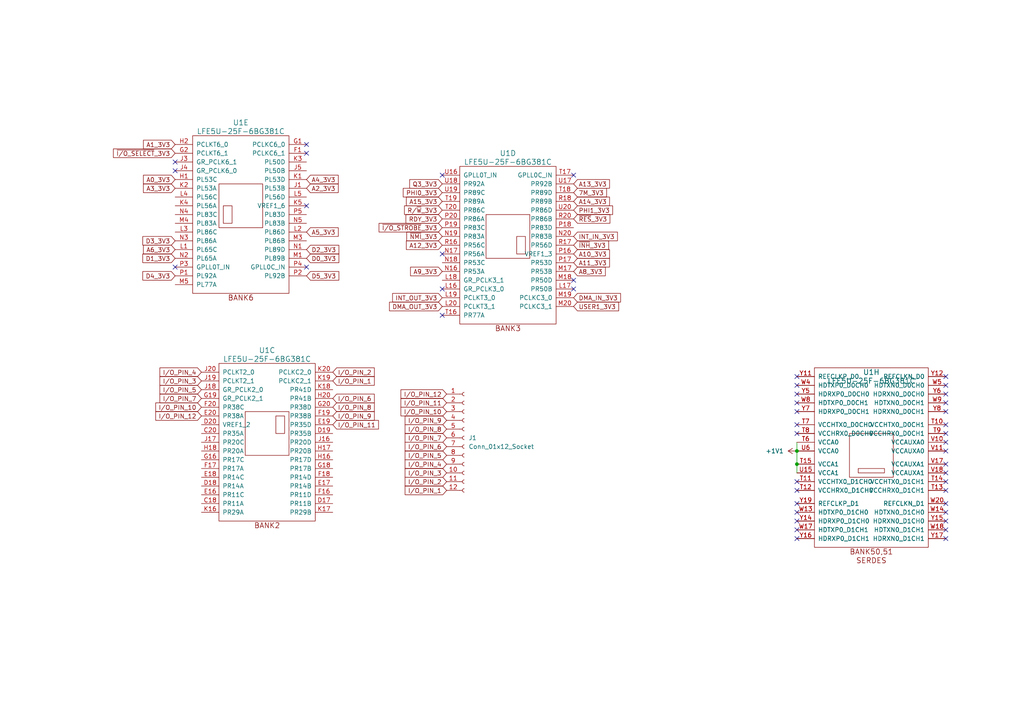
<source format=kicad_sch>
(kicad_sch (version 20250114) (generator "eeschema") (generator_version "9.0")
  (paper "A4")
  (title_block (title "Byte Hamr - Apple II FPGA Peripheral Card") (date "2025-11-30") (rev "1.0.0"))
  (lib_symbols
    (symbol "Connector:Conn_01x12_Socket" (pin_names (offset 1.016) (hide yes))
      (property "Reference" "J" (at 0 15.24 0))
      (property "Value" "Conn_01x12_Socket" (at 0 -17.78 0))
      (symbol "Conn_01x12_Socket_1_1"
        (polyline (pts (xy -1.27 12.7) (xy -0.508 12.7)) (stroke (width 0.1524)))
        (polyline (pts (xy -1.27 10.16) (xy -0.508 10.16)) (stroke (width 0.1524)))
        (polyline (pts (xy -1.27 7.62) (xy -0.508 7.62)) (stroke (width 0.1524)))
        (polyline (pts (xy -1.27 5.08) (xy -0.508 5.08)) (stroke (width 0.1524)))
        (polyline (pts (xy -1.27 2.54) (xy -0.508 2.54)) (stroke (width 0.1524)))
        (polyline (pts (xy -1.27 0) (xy -0.508 0)) (stroke (width 0.1524)))
        (polyline (pts (xy -1.27 -2.54) (xy -0.508 -2.54)) (stroke (width 0.1524)))
        (polyline (pts (xy -1.27 -5.08) (xy -0.508 -5.08)) (stroke (width 0.1524)))
        (polyline (pts (xy -1.27 -7.62) (xy -0.508 -7.62)) (stroke (width 0.1524)))
        (polyline (pts (xy -1.27 -10.16) (xy -0.508 -10.16)) (stroke (width 0.1524)))
        (polyline (pts (xy -1.27 -12.7) (xy -0.508 -12.7)) (stroke (width 0.1524)))
        (polyline (pts (xy -1.27 -15.24) (xy -0.508 -15.24)) (stroke (width 0.1524)))
        (arc (start 0 12.192) (mid -0.5058 12.7) (end 0 13.208) (stroke (width 0.1524)))
        (arc (start 0 9.652) (mid -0.5058 10.16) (end 0 10.668) (stroke (width 0.1524)))
        (arc (start 0 7.112) (mid -0.5058 7.62) (end 0 8.128) (stroke (width 0.1524)))
        (arc (start 0 4.572) (mid -0.5058 5.08) (end 0 5.588) (stroke (width 0.1524)))
        (arc (start 0 2.032) (mid -0.5058 2.54) (end 0 3.048) (stroke (width 0.1524)))
        (arc (start 0 -0.508) (mid -0.5058 0) (end 0 0.508) (stroke (width 0.1524)))
        (arc (start 0 -3.048) (mid -0.5058 -2.54) (end 0 -2.032) (stroke (width 0.1524)))
        (arc (start 0 -5.588) (mid -0.5058 -5.08) (end 0 -4.572) (stroke (width 0.1524)))
        (arc (start 0 -8.128) (mid -0.5058 -7.62) (end 0 -7.112) (stroke (width 0.1524)))
        (arc (start 0 -10.668) (mid -0.5058 -10.16) (end 0 -9.652) (stroke (width 0.1524)))
        (arc (start 0 -13.208) (mid -0.5058 -12.7) (end 0 -12.192) (stroke (width 0.1524)))
        (arc (start 0 -15.748) (mid -0.5058 -15.24) (end 0 -14.732) (stroke (width 0.1524)))
        (pin passive line (at -5.08 12.7 0) (length 3.81) (name "Pin_1") (number "1"))
        (pin passive line (at -5.08 10.16 0) (length 3.81) (name "Pin_2") (number "2"))
        (pin passive line (at -5.08 7.62 0) (length 3.81) (name "Pin_3") (number "3"))
        (pin passive line (at -5.08 5.08 0) (length 3.81) (name "Pin_4") (number "4"))
        (pin passive line (at -5.08 2.54 0) (length 3.81) (name "Pin_5") (number "5"))
        (pin passive line (at -5.08 0 0) (length 3.81) (name "Pin_6") (number "6"))
        (pin passive line (at -5.08 -2.54 0) (length 3.81) (name "Pin_7") (number "7"))
        (pin passive line (at -5.08 -5.08 0) (length 3.81) (name "Pin_8") (number "8"))
        (pin passive line (at -5.08 -7.62 0) (length 3.81) (name "Pin_9") (number "9"))
        (pin passive line (at -5.08 -10.16 0) (length 3.81) (name "Pin_10") (number "10"))
        (pin passive line (at -5.08 -12.7 0) (length 3.81) (name "Pin_11") (number "11"))
        (pin passive line (at -5.08 -15.24 0) (length 3.81) (name "Pin_12") (number "12"))
      )
    )
    (symbol "lfe5bg381:LFE5UM-85F-6BG381C" (pin_names (offset 1.016))
      (property "Reference" "U" (at 0 24.13 0))
      (property "Value" "LFE5UM-85F-6BG381C" (at 0 21.59 0))
      (symbol "LFE5UM-85F-6BG381C_1_1"
        (rectangle (start -13.97 20.32) (end 13.97 -17.78))
        (rectangle (start -6.35 6.35) (end 6.35 -6.35))
        (rectangle (start -5.08 5.08) (end 0 2.54))
        (text "BANK0" (at 0 -19.05 0) (effects (font (size 1.524 1.524))))
        (pin input line (at -19.05 17.78 0) (length 5.08) (name "PCLKT0_0") (number "B11"))
        (pin input line (at -19.05 15.24 0) (length 5.08) (name "PCLKT0_1") (number "A10"))
        (pin input line (at -19.05 12.7 0) (length 5.08) (name "GR_PCLK0_1") (number "A9"))
        (pin input line (at -19.05 10.16 0) (length 5.08) (name "PT58A") (number "B9"))
        (pin input line (at -19.05 7.62 0) (length 5.08) (name "PT20A") (number "D9"))
        (pin input line (at -19.05 5.08 0) (length 5.08) (name "PT18A") (number "A7"))
        (pin input line (at -19.05 2.54 0) (length 5.08) (name "PT15A") (number "C8"))
        (pin input line (at -19.05 0 0) (length 5.08) (name "PT13A") (number "E8"))
        (pin input line (at -19.05 -2.54 0) (length 5.08) (name "PT11A") (number "C6"))
        (pin input line (at -19.05 -5.08 0) (length 5.08) (name "PT9A") (number "E7"))
        (pin input line (at -19.05 -7.62 0) (length 5.08) (name "PT6A") (number "E6"))
        (pin input line (at -19.05 -10.16 0) (length 5.08) (name "PT4A") (number "A6"))
        (pin input line (at -19.05 -12.7 0) (length 5.08) (name "PT56A") (number "D10"))
        (pin input line (at -19.05 -15.24 0) (length 5.08) (name "PT54A") (number "C9"))
        (pin input line (at 19.05 17.78 180) (length 5.08) (name "PCLKC0_0") (number "C11"))
        (pin input line (at 19.05 15.24 180) (length 5.08) (name "PCLKC0_1") (number "A11"))
        (pin input line (at 19.05 12.7 180) (length 5.08) (name "GR_PCLK0_0") (number "B10"))
        (pin input line (at 19.05 10.16 180) (length 5.08) (name "PT58B") (number "C10"))
        (pin input line (at 19.05 7.62 180) (length 5.08) (name "PT20B") (number "E9"))
        (pin input line (at 19.05 5.08 180) (length 5.08) (name "PT18B") (number "A8"))
        (pin input line (at 19.05 2.54 180) (length 5.08) (name "PT15B") (number "B8"))
        (pin input line (at 19.05 0 180) (length 5.08) (name "PT13B") (number "D8"))
        (pin input line (at 19.05 -2.54 180) (length 5.08) (name "PT11B") (number "C7"))
        (pin input line (at 19.05 -5.08 180) (length 5.08) (name "PT9B") (number "D7"))
        (pin input line (at 19.05 -7.62 180) (length 5.08) (name "PT6B") (number "D6"))
        (pin input line (at 19.05 -10.16 180) (length 5.08) (name "PT4B") (number "B6"))
        (pin input line (at 19.05 -12.7 180) (length 5.08) (name "PT56B") (number "E10"))
      )
      (symbol "LFE5UM-85F-6BG381C_2_0"
        (text "BANK1" (at 0 -26.67 0) (effects (font (size 1.524 1.524))))
      )
      (symbol "LFE5UM-85F-6BG381C_2_1"
        (rectangle (start -13.97 20.32) (end 13.97 -25.4))
        (rectangle (start -6.35 6.35) (end 6.35 -6.35))
        (rectangle (start 0 5.08) (end 5.08 2.54))
        (pin input line (at -19.05 17.78 0) (length 5.08) (name "PT121A") (number "A19"))
        (pin input line (at -19.05 15.24 0) (length 5.08) (name "PT119A") (number "A18"))
        (pin input line (at -19.05 12.7 0) (length 5.08) (name "PT116A") (number "A17"))
        (pin input line (at -19.05 10.16 0) (length 5.08) (name "PT114A") (number "B17"))
        (pin input line (at -19.05 7.62 0) (length 5.08) (name "PT112A") (number "C16"))
        (pin input line (at -19.05 5.08 0) (length 5.08) (name "PT110A") (number "A16"))
        (pin input line (at -19.05 2.54 0) (length 5.08) (name "PT107A") (number "D15"))
        (pin input line (at -19.05 0 0) (length 5.08) (name "PT105A") (number "B15"))
        (pin input line (at -19.05 -2.54 0) (length 5.08) (name "PT85A") (number "D14"))
        (pin input line (at -19.05 -5.08 0) (length 5.08) (name "PT83A") (number "A14"))
        (pin input line (at -19.05 -7.62 0) (length 5.08) (name "PT80A") (number "D13"))
        (pin input line (at -19.05 -10.16 0) (length 5.08) (name "PT78A") (number "B13"))
        (pin input line (at -19.05 -12.7 0) (length 5.08) (name "PT76A") (number "A12"))
        (pin input line (at -19.05 -15.24 0) (length 5.08) (name "GR_PCLK1_0") (number "D12"))
        (pin input line (at -19.05 -17.78 0) (length 5.08) (name "PCLKT1_0") (number "B12"))
        (pin input line (at -19.05 -20.32 0) (length 5.08) (name "PCLKT1_1") (number "D11"))
        (pin input line (at -19.05 -22.86 0) (length 5.08) (name "PT103A") (number "A15"))
        (pin input line (at 19.05 17.78 180) (length 5.08) (name "PT121B") (number "B20"))
        (pin input line (at 19.05 15.24 180) (length 5.08) (name "PT119B") (number "B19"))
        (pin input line (at 19.05 12.7 180) (length 5.08) (name "PT116B") (number "B18"))
        (pin input line (at 19.05 10.16 180) (length 5.08) (name "PT114B") (number "C17"))
        (pin input line (at 19.05 7.62 180) (length 5.08) (name "PT112B") (number "D16"))
        (pin input line (at 19.05 5.08 180) (length 5.08) (name "PT110B") (number "B16"))
        (pin input line (at 19.05 2.54 180) (length 5.08) (name "PT107B") (number "E15"))
        (pin input line (at 19.05 0 180) (length 5.08) (name "PT105B") (number "C15"))
        (pin input line (at 19.05 -2.54 180) (length 5.08) (name "PT85B") (number "E14"))
        (pin input line (at 19.05 -5.08 180) (length 5.08) (name "PT83B") (number "C14"))
        (pin input line (at 19.05 -7.62 180) (length 5.08) (name "PT80B") (number "E13"))
        (pin input line (at 19.05 -10.16 180) (length 5.08) (name "PT78B") (number "C13"))
        (pin input line (at 19.05 -12.7 180) (length 5.08) (name "PT76B") (number "A13"))
        (pin input line (at 19.05 -15.24 180) (length 5.08) (name "GR_PCLK1_1") (number "E12"))
        (pin input line (at 19.05 -17.78 180) (length 5.08) (name "PCLKC1_0") (number "C12"))
        (pin input line (at 19.05 -20.32 180) (length 5.08) (name "PCLKC1_1") (number "E11"))
      )
      (symbol "LFE5UM-85F-6BG381C_3_0"
        (text "BANK2" (at 0 -26.67 0) (effects (font (size 1.524 1.524))))
      )
      (symbol "LFE5UM-85F-6BG381C_3_1"
        (rectangle (start -13.97 20.32) (end 13.97 -25.4))
        (rectangle (start -6.35 6.35) (end 6.35 -6.35))
        (rectangle (start 5.08 5.08) (end 2.54 0))
        (pin input line (at -19.05 17.78 0) (length 5.08) (name "PCLKT2_0") (number "J20"))
        (pin input line (at -19.05 15.24 0) (length 5.08) (name "PCLKT2_1") (number "J19"))
        (pin input line (at -19.05 12.7 0) (length 5.08) (name "GR_PCLK2_0") (number "J18"))
        (pin input line (at -19.05 10.16 0) (length 5.08) (name "GR_PCLK2_1") (number "G19"))
        (pin input line (at -19.05 7.62 0) (length 5.08) (name "PR38C") (number "F20"))
        (pin input line (at -19.05 5.08 0) (length 5.08) (name "PR38A") (number "E20"))
        (pin input line (at -19.05 2.54 0) (length 5.08) (name "VREF1_2") (number "D20"))
        (pin input line (at -19.05 0 0) (length 5.08) (name "PR35A") (number "C20"))
        (pin input line (at -19.05 -2.54 0) (length 5.08) (name "PR20C") (number "J17"))
        (pin input line (at -19.05 -5.08 0) (length 5.08) (name "PR20A") (number "H18"))
        (pin input line (at -19.05 -7.62 0) (length 5.08) (name "PR17C") (number "G16"))
        (pin input line (at -19.05 -10.16 0) (length 5.08) (name "PR17A") (number "F17"))
        (pin input line (at -19.05 -12.7 0) (length 5.08) (name "PR14C") (number "E18"))
        (pin input line (at -19.05 -15.24 0) (length 5.08) (name "PR14A") (number "D18"))
        (pin input line (at -19.05 -17.78 0) (length 5.08) (name "PR11C") (number "E16"))
        (pin input line (at -19.05 -20.32 0) (length 5.08) (name "PR11A") (number "C18"))
        (pin input line (at -19.05 -22.86 0) (length 5.08) (name "PR29A") (number "K16"))
        (pin input line (at 19.05 17.78 180) (length 5.08) (name "PCLKC2_0") (number "K20"))
        (pin input line (at 19.05 15.24 180) (length 5.08) (name "PCLKC2_1") (number "K19"))
        (pin input line (at 19.05 12.7 180) (length 5.08) (name "PR41D") (number "K18"))
        (pin input line (at 19.05 10.16 180) (length 5.08) (name "PR41B") (number "H20"))
        (pin input line (at 19.05 7.62 180) (length 5.08) (name "PR38D") (number "G20"))
        (pin input line (at 19.05 5.08 180) (length 5.08) (name "PR38B") (number "F19"))
        (pin input line (at 19.05 2.54 180) (length 5.08) (name "PR35D") (number "E19"))
        (pin input line (at 19.05 0 180) (length 5.08) (name "PR35B") (number "D19"))
        (pin input line (at 19.05 -2.54 180) (length 5.08) (name "PR20D") (number "J16"))
        (pin input line (at 19.05 -5.08 180) (length 5.08) (name "PR20B") (number "H17"))
        (pin input line (at 19.05 -7.62 180) (length 5.08) (name "PR17D") (number "H16"))
        (pin input line (at 19.05 -10.16 180) (length 5.08) (name "PR17B") (number "G18"))
        (pin input line (at 19.05 -12.7 180) (length 5.08) (name "PR14D") (number "F18"))
        (pin input line (at 19.05 -15.24 180) (length 5.08) (name "PR14B") (number "E17"))
        (pin input line (at 19.05 -17.78 180) (length 5.08) (name "PR11D") (number "F16"))
        (pin input line (at 19.05 -20.32 180) (length 5.08) (name "PR11B") (number "D17"))
        (pin input line (at 19.05 -22.86 180) (length 5.08) (name "PR29B") (number "K17"))
      )
      (symbol "LFE5UM-85F-6BG381C_4_0"
        (text "BANK3" (at 0 -26.67 0) (effects (font (size 1.524 1.524))))
      )
      (symbol "LFE5UM-85F-6BG381C_4_1"
        (rectangle (start -13.97 20.32) (end 13.97 -25.4))
        (rectangle (start -6.35 6.35) (end 6.35 -6.35))
        (rectangle (start 2.54 0) (end 5.08 -5.08))
        (pin input line (at -19.05 17.78 0) (length 5.08) (name "GPLL0T_IN") (number "U16"))
        (pin input line (at -19.05 15.24 0) (length 5.08) (name "PR92A") (number "U18"))
        (pin input line (at -19.05 12.7 0) (length 5.08) (name "PR89C") (number "U19"))
        (pin input line (at -19.05 10.16 0) (length 5.08) (name "PR89A") (number "T19"))
        (pin input line (at -19.05 7.62 0) (length 5.08) (name "PR86C") (number "T20"))
        (pin input line (at -19.05 5.08 0) (length 5.08) (name "PR86A") (number "P20"))
        (pin input line (at -19.05 2.54 0) (length 5.08) (name "PR83C") (number "P19"))
        (pin input line (at -19.05 0 0) (length 5.08) (name "PR83A") (number "N19"))
        (pin input line (at -19.05 -2.54 0) (length 5.08) (name "PR56C") (number "R16"))
        (pin input line (at -19.05 -5.08 0) (length 5.08) (name "PR56A") (number "N17"))
        (pin input line (at -19.05 -7.62 0) (length 5.08) (name "PR53C") (number "N18"))
        (pin input line (at -19.05 -10.16 0) (length 5.08) (name "PR53A") (number "N16"))
        (pin input line (at -19.05 -12.7 0) (length 5.08) (name "GR_PCLK3_1") (number "L18"))
        (pin input line (at -19.05 -15.24 0) (length 5.08) (name "GR_PCLK3_0") (number "L16"))
        (pin input line (at -19.05 -17.78 0) (length 5.08) (name "PCLKT3_0") (number "L19"))
        (pin input line (at -19.05 -20.32 0) (length 5.08) (name "PCLKT3_1") (number "L20"))
        (pin input line (at -19.05 -22.86 0) (length 5.08) (name "PR77A") (number "T16"))
        (pin input line (at 19.05 17.78 180) (length 5.08) (name "GPLL0C_IN") (number "T17"))
        (pin input line (at 19.05 15.24 180) (length 5.08) (name "PR92B") (number "U17"))
        (pin input line (at 19.05 12.7 180) (length 5.08) (name "PR89D") (number "T18"))
        (pin input line (at 19.05 10.16 180) (length 5.08) (name "PR89B") (number "R18"))
        (pin input line (at 19.05 7.62 180) (length 5.08) (name "PR86D") (number "U20"))
        (pin input line (at 19.05 5.08 180) (length 5.08) (name "PR86B") (number "R20"))
        (pin input line (at 19.05 2.54 180) (length 5.08) (name "PR83D") (number "P18"))
        (pin input line (at 19.05 0 180) (length 5.08) (name "PR83B") (number "N20"))
        (pin input line (at 19.05 -2.54 180) (length 5.08) (name "PR56D") (number "R17"))
        (pin input line (at 19.05 -5.08 180) (length 5.08) (name "VREF1_3") (number "P16"))
        (pin input line (at 19.05 -7.62 180) (length 5.08) (name "PR53D") (number "P17"))
        (pin input line (at 19.05 -10.16 180) (length 5.08) (name "PR53B") (number "M17"))
        (pin input line (at 19.05 -12.7 180) (length 5.08) (name "PR50D") (number "M18"))
        (pin input line (at 19.05 -15.24 180) (length 5.08) (name "PR50B") (number "L17"))
        (pin input line (at 19.05 -17.78 180) (length 5.08) (name "PCLKC3_0") (number "M19"))
        (pin input line (at 19.05 -20.32 180) (length 5.08) (name "PCLKC3_1") (number "M20"))
      )
      (symbol "LFE5UM-85F-6BG381C_5_0"
        (text "BANK6" (at 0 -26.67 0) (effects (font (size 1.524 1.524))))
      )
      (symbol "LFE5UM-85F-6BG381C_5_1"
        (rectangle (start -13.97 20.32) (end 13.97 -25.4))
        (rectangle (start -6.35 6.35) (end 6.35 -6.35))
        (rectangle (start -5.08 0) (end -2.54 -5.08))
        (pin input line (at -19.05 17.78 0) (length 5.08) (name "PCLKT6_0") (number "H2"))
        (pin input line (at -19.05 15.24 0) (length 5.08) (name "PCLKT6_1") (number "G2"))
        (pin input line (at -19.05 12.7 0) (length 5.08) (name "GR_PCLK6_1") (number "J3"))
        (pin input line (at -19.05 10.16 0) (length 5.08) (name "GR_PCLK6_0") (number "J4"))
        (pin input line (at -19.05 7.62 0) (length 5.08) (name "PL53C") (number "H1"))
        (pin input line (at -19.05 5.08 0) (length 5.08) (name "PL53A") (number "K2"))
        (pin input line (at -19.05 2.54 0) (length 5.08) (name "PL56C") (number "L4"))
        (pin input line (at -19.05 0 0) (length 5.08) (name "PL56A") (number "K4"))
        (pin input line (at -19.05 -2.54 0) (length 5.08) (name "PL83C") (number "N4"))
        (pin input line (at -19.05 -5.08 0) (length 5.08) (name "PL83A") (number "M4"))
        (pin input line (at -19.05 -7.62 0) (length 5.08) (name "PL86C") (number "L3"))
        (pin input line (at -19.05 -10.16 0) (length 5.08) (name "PL86A") (number "N3"))
        (pin input line (at -19.05 -12.7 0) (length 5.08) (name "PL65C") (number "L1"))
        (pin input line (at -19.05 -15.24 0) (length 5.08) (name "PL65A") (number "N2"))
        (pin input line (at -19.05 -17.78 0) (length 5.08) (name "GPLL0T_IN") (number "P3"))
        (pin input line (at -19.05 -20.32 0) (length 5.08) (name "PL92A") (number "P1"))
        (pin input line (at -19.05 -22.86 0) (length 5.08) (name "PL77A") (number "M5"))
        (pin input line (at 19.05 17.78 180) (length 5.08) (name "PCLKC6_0") (number "G1"))
        (pin input line (at 19.05 15.24 180) (length 5.08) (name "PCLKC6_1") (number "F1"))
        (pin input line (at 19.05 12.7 180) (length 5.08) (name "PL50D") (number "K3"))
        (pin input line (at 19.05 10.16 180) (length 5.08) (name "PL50B") (number "J5"))
        (pin input line (at 19.05 7.62 180) (length 5.08) (name "PL53D") (number "K1"))
        (pin input line (at 19.05 5.08 180) (length 5.08) (name "PL53B") (number "J1"))
        (pin input line (at 19.05 2.54 180) (length 5.08) (name "PL56D") (number "L5"))
        (pin input line (at 19.05 0 180) (length 5.08) (name "VREF1_6") (number "K5"))
        (pin input line (at 19.05 -2.54 180) (length 5.08) (name "PL83D") (number "P5"))
        (pin input line (at 19.05 -5.08 180) (length 5.08) (name "PL83B") (number "N5"))
        (pin input line (at 19.05 -7.62 180) (length 5.08) (name "PL86D") (number "L2"))
        (pin input line (at 19.05 -10.16 180) (length 5.08) (name "PL86B") (number "M3"))
        (pin input line (at 19.05 -12.7 180) (length 5.08) (name "PL89D") (number "N1"))
        (pin input line (at 19.05 -15.24 180) (length 5.08) (name "PL89B") (number "M1"))
        (pin input line (at 19.05 -17.78 180) (length 5.08) (name "GPLL0C_IN") (number "P4"))
        (pin input line (at 19.05 -20.32 180) (length 5.08) (name "PL92B") (number "P2"))
      )
      (symbol "LFE5UM-85F-6BG381C_6_0"
        (text "BANK7" (at 0 -24.13 0) (effects (font (size 1.524 1.524))))
      )
      (symbol "LFE5UM-85F-6BG381C_6_1"
        (rectangle (start -13.97 20.32) (end 13.97 -22.86))
        (rectangle (start -6.35 6.35) (end 6.35 -6.35))
        (rectangle (start -5.08 5.08) (end -2.54 0))
        (pin input line (at -19.05 17.78 0) (length 5.08) (name "PL11C") (number "B5"))
        (pin input line (at -19.05 15.24 0) (length 5.08) (name "PL11A") (number "A4"))
        (pin input line (at -19.05 12.7 0) (length 5.08) (name "PL14C") (number "A3"))
        (pin input line (at -19.05 10.16 0) (length 5.08) (name "PL14A") (number "C4"))
        (pin input line (at -19.05 7.62 0) (length 5.08) (name "PL17C") (number "C3"))
        (pin input line (at -19.05 5.08 0) (length 5.08) (name "PL17A") (number "E4"))
        (pin input line (at -19.05 2.54 0) (length 5.08) (name "PL20C") (number "E5"))
        (pin input line (at -19.05 0 0) (length 5.08) (name "PL20A") (number "F4"))
        (pin input line (at -19.05 -2.54 0) (length 5.08) (name "VREF1_7") (number "B2"))
        (pin input line (at -19.05 -5.08 0) (length 5.08) (name "PL35A") (number "A2"))
        (pin input line (at -19.05 -7.62 0) (length 5.08) (name "PL38C") (number "D2"))
        (pin input line (at -19.05 -10.16 0) (length 5.08) (name "PL38A") (number "C1"))
        (pin input line (at -19.05 -12.7 0) (length 5.08) (name "GR_PCLK7_0") (number "H5"))
        (pin input line (at -19.05 -15.24 0) (length 5.08) (name "GR_PCLK7_1") (number "H4"))
        (pin input line (at -19.05 -17.78 0) (length 5.08) (name "PCLKT7_0") (number "F2"))
        (pin input line (at -19.05 -20.32 0) (length 5.08) (name "PCLKT7_1") (number "G3"))
        (pin input line (at 19.05 17.78 180) (length 5.08) (name "PL11D") (number "C5"))
        (pin input line (at 19.05 15.24 180) (length 5.08) (name "PL11B") (number "A5"))
        (pin input line (at 19.05 12.7 180) (length 5.08) (name "PL14D") (number "B3"))
        (pin input line (at 19.05 10.16 180) (length 5.08) (name "PL14B") (number "B4"))
        (pin input line (at 19.05 7.62 180) (length 5.08) (name "PL17D") (number "D3"))
        (pin input line (at 19.05 5.08 180) (length 5.08) (name "PL17B") (number "D5"))
        (pin input line (at 19.05 2.54 180) (length 5.08) (name "PL20D") (number "F5"))
        (pin input line (at 19.05 0 180) (length 5.08) (name "PL20B") (number "E3"))
        (pin input line (at 19.05 -2.54 180) (length 5.08) (name "PL35D") (number "C2"))
        (pin input line (at 19.05 -5.08 180) (length 5.08) (name "PL35B") (number "B1"))
        (pin input line (at 19.05 -7.62 180) (length 5.08) (name "PL38D") (number "E1"))
        (pin input line (at 19.05 -10.16 180) (length 5.08) (name "PL38B") (number "D1"))
        (pin input line (at 19.05 -12.7 180) (length 5.08) (name "PL41D") (number "H3"))
        (pin input line (at 19.05 -15.24 180) (length 5.08) (name "PL41B") (number "G5"))
        (pin input line (at 19.05 -17.78 180) (length 5.08) (name "PCLKC7_0") (number "E2"))
        (pin input line (at 19.05 -20.32 180) (length 5.08) (name "PCLKC7_1") (number "F3"))
      )
      (symbol "LFE5UM-85F-6BG381C_7_0"
        (text "BANK8" (at 0 -24.13 0) (effects (font (size 1.524 1.524))))
      )
      (symbol "LFE5UM-85F-6BG381C_7_1"
        (rectangle (start -13.97 20.32) (end 13.97 -22.86))
        (rectangle (start -6.35 6.35) (end 6.35 -6.35))
        (rectangle (start -5.08 -5.08) (end 0 -2.54))
        (pin input line (at -19.05 17.78 0) (length 5.08) (name "D7") (number "R1"))
        (pin input line (at -19.05 15.24 0) (length 5.08) (name "D5/MISO2") (number "U1"))
        (pin input line (at -19.05 12.7 0) (length 5.08) (name "D3/HOLDn") (number "W1"))
        (pin input line (at -19.05 10.16 0) (length 5.08) (name "D1/MISO") (number "V2"))
        (pin input line (at -19.05 7.62 0) (length 5.08) (name "SN/CSn") (number "T2"))
        (pin input line (at -19.05 5.08 0) (length 5.08) (name "CSSPIN") (number "R2"))
        (pin input line (at -19.05 2.54 0) (length 5.08) (name "INITn") (number "V3"))
        (pin input line (at -19.05 0 0) (length 5.08) (name "PROGRAMn") (number "W3"))
        (pin input line (at -19.05 -2.54 0) (length 5.08) (name "WRITEn") (number "T3"))
        (pin input line (at -19.05 -5.08 0) (length 5.08) (name "CCLK") (number "U3"))
        (pin input line (at -19.05 -7.62 0) (length 5.08) (name "DONE") (number "Y3"))
        (pin input line (at -19.05 -10.16 0) (length 5.08) (name "CFG_2") (number "R4"))
        (pin input line (at -19.05 -12.7 0) (length 5.08) (name "CFG_1") (number "T4"))
        (pin input line (at -19.05 -15.24 0) (length 5.08) (name "CFG_0") (number "U4"))
        (pin input line (at 19.05 17.78 180) (length 5.08) (name "D6") (number "T1"))
        (pin input line (at 19.05 15.24 180) (length 5.08) (name "D4/MOSI2") (number "V1"))
        (pin input line (at 19.05 12.7 180) (length 5.08) (name "D2/WPn") (number "Y2"))
        (pin input line (at 19.05 10.16 180) (length 5.08) (name "D0/MOSI") (number "W2"))
        (pin input line (at 19.05 7.62 180) (length 5.08) (name "CS1n") (number "U2"))
        (pin input line (at 19.05 5.08 180) (length 5.08) (name "DOUT/CSOn") (number "R3"))
      )
      (symbol "LFE5UM-85F-6BG381C_8_0"
        (text "BANK50,51" (at 0 -27.94 0) (effects (font (size 1.524 1.524))))
        (text "SERDES" (at 0 -30.48 0) (effects (font (size 1.524 1.524))))
      )
      (symbol "LFE5UM-85F-6BG381C_8_1"
        (rectangle (start -16.51 25.4) (end 16.51 -26.67))
        (rectangle (start -6.35 6.35) (end 6.35 -6.35))
        (rectangle (start 3.81 -5.08) (end -3.81 -3.81))
        (pin input line (at -21.59 22.86 0) (length 5.08) (name "REFCLKP_D0") (number "Y11"))
        (pin input line (at -21.59 20.32 0) (length 5.08) (name "HDTXP0_D0CH0") (number "W4"))
        (pin input line (at -21.59 17.78 0) (length 5.08) (name "HDRXP0_D0CH0") (number "Y5"))
        (pin input line (at -21.59 15.24 0) (length 5.08) (name "HDTXP0_D0CH1") (number "W8"))
        (pin input line (at -21.59 12.7 0) (length 5.08) (name "HDRXP0_D0CH1") (number "Y7"))
        (pin input line (at -21.59 8.89 0) (length 5.08) (name "VCCHTX0_D0CH0") (number "T7"))
        (pin input line (at -21.59 6.35 0) (length 5.08) (name "VCCHRX0_D0CH0") (number "T8"))
        (pin input line (at -21.59 3.81 0) (length 5.08) (name "VCCA0") (number "T6"))
        (pin input line (at -21.59 1.27 0) (length 5.08) (name "VCCA0") (number "U6"))
        (pin input line (at -21.59 -2.54 0) (length 5.08) (name "VCCA1") (number "T15"))
        (pin input line (at -21.59 -5.08 0) (length 5.08) (name "VCCA1") (number "U15"))
        (pin input line (at -21.59 -7.62 0) (length 5.08) (name "VCCHTX0_D1CH0") (number "T11"))
        (pin input line (at -21.59 -10.16 0) (length 5.08) (name "VCCHRX0_D1CH0") (number "T12"))
        (pin input line (at -21.59 -13.97 0) (length 5.08) (name "REFCLKP_D1") (number "Y19"))
        (pin input line (at -21.59 -16.51 0) (length 5.08) (name "HDTXP0_D1CH0") (number "W13"))
        (pin input line (at -21.59 -19.05 0) (length 5.08) (name "HDRXP0_D1CH0") (number "Y14"))
        (pin input line (at -21.59 -21.59 0) (length 5.08) (name "HDTXP0_D1CH1") (number "W17"))
        (pin input line (at -21.59 -24.13 0) (length 5.08) (name "HDRXP0_D1CH1") (number "Y16"))
        (pin input line (at 21.59 22.86 180) (length 5.08) (name "REFCLKN_D0") (number "Y12"))
        (pin input line (at 21.59 20.32 180) (length 5.08) (name "HDTXN0_D0CH0") (number "W5"))
        (pin input line (at 21.59 17.78 180) (length 5.08) (name "HDRXN0_D0CH0") (number "Y6"))
        (pin input line (at 21.59 15.24 180) (length 5.08) (name "HDTXN0_D0CH1") (number "W9"))
        (pin input line (at 21.59 12.7 180) (length 5.08) (name "HDRXN0_D0CH1") (number "Y8"))
        (pin input line (at 21.59 8.89 180) (length 5.08) (name "VCCHTX0_D0CH1") (number "T10"))
        (pin input line (at 21.59 6.35 180) (length 5.08) (name "VCCHRX0_D0CH1") (number "T9"))
        (pin input line (at 21.59 3.81 180) (length 5.08) (name "VCCAUXA0") (number "V10"))
        (pin input line (at 21.59 1.27 180) (length 5.08) (name "VCCAUXA0") (number "V11"))
        (pin input line (at 21.59 -2.54 180) (length 5.08) (name "VCCAUXA1") (number "V17"))
        (pin input line (at 21.59 -5.08 180) (length 5.08) (name "VCCAUXA1") (number "V18"))
        (pin input line (at 21.59 -7.62 180) (length 5.08) (name "VCCHTX0_D1CH1") (number "T14"))
        (pin input line (at 21.59 -10.16 180) (length 5.08) (name "VCCHRX0_D1CH1") (number "T13"))
        (pin input line (at 21.59 -13.97 180) (length 5.08) (name "REFCLKN_D1") (number "W20"))
        (pin input line (at 21.59 -16.51 180) (length 5.08) (name "HDTXN0_D1CH0") (number "W14"))
        (pin input line (at 21.59 -19.05 180) (length 5.08) (name "HDRXN0_D1CH0") (number "Y15"))
        (pin input line (at 21.59 -21.59 180) (length 5.08) (name "HDTXN0_D1CH1") (number "W18"))
        (pin input line (at 21.59 -24.13 180) (length 5.08) (name "HDRXN0_D1CH1") (number "Y17"))
      )
      (symbol "LFE5UM-85F-6BG381C_9_1"
        (rectangle (start -109.22 11.43) (end 118.11 -12.7))
        (rectangle (start -6.35 6.35) (end 6.35 -6.35))
        (rectangle (start -2.54 2.54) (end 2.54 -2.54))
        (text "POWER" (at 0 3.81 0) (effects (font (size 1.524 1.524))))
        (pin input line (at -106.68 16.51 270) (length 5.08) (name "VCC") (number "H13"))
        (pin input line (at -104.14 16.51 270) (length 5.08) (name "VCC") (number "J13"))
        (pin input line (at -101.6 16.51 270) (length 5.08) (name "VCC") (number "K13"))
        (pin input line (at -99.06 16.51 270) (length 5.08) (name "VCC") (number "L13"))
        (pin input line (at -97.79 -17.78 90) (length 5.08) (name "GND") (number "C19"))
        (pin input line (at -96.52 16.51 270) (length 5.08) (name "VCC") (number "M13"))
        (pin input line (at -95.25 -17.78 90) (length 5.08) (name "GND") (number "H19"))
        (pin input line (at -93.98 16.51 270) (length 5.08) (name "VCC") (number "N13"))
        (pin input line (at -92.71 -17.78 90) (length 5.08) (name "GND") (number "R19"))
        (pin input line (at -91.44 16.51 270) (length 5.08) (name "VCC") (number "H12"))
        (pin input line (at -90.17 -17.78 90) (length 5.08) (name "GND") (number "G17"))
        (pin input line (at -88.9 16.51 270) (length 5.08) (name "VCC") (number "N12"))
        (pin input line (at -87.63 -17.78 90) (length 5.08) (name "GND") (number "M16"))
        (pin input line (at -86.36 16.51 270) (length 5.08) (name "VCC") (number "H11"))
        (pin input line (at -85.09 -17.78 90) (length 5.08) (name "GND") (number "G15"))
        (pin input line (at -83.82 16.51 270) (length 5.08) (name "VCC") (number "N11"))
        (pin input line (at -82.55 -17.78 90) (length 5.08) (name "GND") (number "K15"))
        (pin input line (at -81.28 16.51 270) (length 5.08) (name "VCC") (number "H10"))
        (pin input line (at -80.01 -17.78 90) (length 5.08) (name "GND") (number "N15"))
        (pin input line (at -78.74 16.51 270) (length 5.08) (name "VCC") (number "N10"))
        (pin input line (at -77.47 -17.78 90) (length 5.08) (name "GND") (number "B14"))
        (pin input line (at -76.2 16.51 270) (length 5.08) (name "VCC") (number "H9"))
        (pin input line (at -74.93 -17.78 90) (length 5.08) (name "GND") (number "F14"))
        (pin input line (at -73.66 16.51 270) (length 5.08) (name "VCC") (number "N9"))
        (pin input line (at -72.39 -17.78 90) (length 5.08) (name "GND") (number "G14"))
        (pin input line (at -71.12 16.51 270) (length 5.08) (name "VCC") (number "H8"))
        (pin input line (at -69.85 -17.78 90) (length 5.08) (name "GND") (number "J14"))
        (pin input line (at -68.58 16.51 270) (length 5.08) (name "VCC") (number "J8"))
        (pin input line (at -67.31 -17.78 90) (length 5.08) (name "GND") (number "K14"))
        (pin input line (at -66.04 16.51 270) (length 5.08) (name "VCC") (number "K8"))
        (pin input line (at -64.77 -17.78 90) (length 5.08) (name "GND") (number "M14"))
        (pin input line (at -63.5 16.51 270) (length 5.08) (name "VCC") (number "L8"))
        (pin input line (at -62.23 -17.78 90) (length 5.08) (name "GND") (number "N14"))
        (pin input line (at -60.96 16.51 270) (length 5.08) (name "VCC") (number "M8"))
        (pin input line (at -59.69 -17.78 90) (length 5.08) (name "GND") (number "P14"))
        (pin input line (at -58.42 16.51 270) (length 5.08) (name "VCC") (number "N8"))
        (pin input line (at -57.15 -17.78 90) (length 5.08) (name "GND") (number "F13"))
        (pin input line (at -54.61 -17.78 90) (length 5.08) (name "GND") (number "G13"))
        (pin input line (at -53.34 16.51 270) (length 5.08) (name "VCCAUX") (number "F15"))
        (pin input line (at -52.07 -17.78 90) (length 5.08) (name "GND") (number "P13"))
        (pin input line (at -50.8 16.51 270) (length 5.08) (name "VCCAUX") (number "P15"))
        (pin input line (at -49.53 -17.78 90) (length 5.08) (name "GND") (number "G12"))
        (pin input line (at -48.26 16.51 270) (length 5.08) (name "VCCAUX") (number "F6"))
        (pin input line (at -46.99 -17.78 90) (length 5.08) (name "GND") (number "J12"))
        (pin input line (at -45.72 16.51 270) (length 5.08) (name "VCCAUX") (number "P6"))
        (pin input line (at -44.45 -17.78 90) (length 5.08) (name "GND") (number "K12"))
        (pin input line (at -41.91 -17.78 90) (length 5.08) (name "GND") (number "L12"))
        (pin input line (at -40.64 16.51 270) (length 5.08) (name "VCCio0") (number "F10"))
        (pin input line (at -39.37 -17.78 90) (length 5.08) (name "GND") (number "M12"))
        (pin input line (at -38.1 16.51 270) (length 5.08) (name "VCCio0") (number "F9"))
        (pin input line (at -36.83 -17.78 90) (length 5.08) (name "GND") (number "P12"))
        (pin input line (at -34.29 -17.78 90) (length 5.08) (name "GND") (number "G11"))
        (pin input line (at -33.02 16.51 270) (length 5.08) (name "VCCio1") (number "F12"))
        (pin input line (at -31.75 -17.78 90) (length 5.08) (name "GND") (number "J11"))
        (pin input line (at -30.48 16.51 270) (length 5.08) (name "VCCio1") (number "F11"))
        (pin input line (at -29.21 -17.78 90) (length 5.08) (name "GND") (number "K11"))
        (pin input line (at -26.67 -17.78 90) (length 5.08) (name "GND") (number "L11"))
        (pin input line (at -25.4 16.51 270) (length 5.08) (name "VCCio2") (number "H15"))
        (pin input line (at -24.13 -17.78 90) (length 5.08) (name "GND") (number "M11"))
        (pin input line (at -22.86 16.51 270) (length 5.08) (name "VCCio2") (number "J15"))
        (pin input line (at -21.59 -17.78 90) (length 5.08) (name "GND") (number "P11"))
        (pin input line (at -20.32 16.51 270) (length 5.08) (name "VCCio2") (number "H14"))
        (pin input line (at -19.05 -17.78 90) (length 5.08) (name "GND") (number "G10"))
        (pin input line (at -16.51 -17.78 90) (length 5.08) (name "GND") (number "J10"))
        (pin input line (at -15.24 16.51 270) (length 5.08) (name "VCCio3") (number "L15"))
        (pin input line (at -13.97 -17.78 90) (length 5.08) (name "GND") (number "K10"))
        (pin input line (at -12.7 16.51 270) (length 5.08) (name "VCCio3") (number "M15"))
        (pin input line (at -11.43 -17.78 90) (length 5.08) (name "GND") (number "L10"))
        (pin input line (at -10.16 16.51 270) (length 5.08) (name "VCCio3") (number "L14"))
        (pin input line (at -8.89 -17.78 90) (length 5.08) (name "GND") (number "M10"))
        (pin input line (at -6.35 -17.78 90) (length 5.08) (name "GND") (number "G9"))
        (pin input line (at -3.81 -17.78 90) (length 5.08) (name "GND") (number "J9"))
        (pin input line (at -1.27 -17.78 90) (length 5.08) (name "GND") (number "K9"))
        (pin input line (at 1.27 -17.78 90) (length 5.08) (name "GND") (number "L9"))
        (pin input line (at 3.81 -17.78 90) (length 5.08) (name "GND") (number "M9"))
        (pin input line (at 6.35 -17.78 90) (length 5.08) (name "GND") (number "F8"))
        (pin input line (at 8.89 -17.78 90) (length 5.08) (name "GND") (number "G8"))
        (pin input line (at 11.43 -17.78 90) (length 5.08) (name "GND") (number "P8"))
        (pin input line (at 13.97 -17.78 90) (length 5.08) (name "GND") (number "B7"))
        (pin input line (at 16.51 16.51 270) (length 5.08) (name "VCCio6") (number "L7"))
        (pin input line (at 16.51 -17.78 90) (length 5.08) (name "GND") (number "F7"))
        (pin input line (at 19.05 16.51 270) (length 5.08) (name "VCCio6") (number "L6"))
        (pin input line (at 19.05 -17.78 90) (length 5.08) (name "GND") (number "G7"))
        (pin input line (at 21.59 16.51 270) (length 5.08) (name "VCCio6") (number "M6"))
        (pin input line (at 21.59 -17.78 90) (length 5.08) (name "GND") (number "J7"))
        (pin input line (at 24.13 -17.78 90) (length 5.08) (name "GND") (number "K7"))
        (pin input line (at 26.67 16.51 270) (length 5.08) (name "VCCio7") (number "H7"))
        (pin input line (at 26.67 -17.78 90) (length 5.08) (name "GND") (number "M7"))
        (pin input line (at 29.21 16.51 270) (length 5.08) (name "VCCio7") (number "H6"))
        (pin input line (at 29.21 -17.78 90) (length 5.08) (name "GND") (number "N7"))
        (pin input line (at 31.75 16.51 270) (length 5.08) (name "VCCio7") (number "J6"))
        (pin input line (at 31.75 -17.78 90) (length 5.08) (name "GND") (number "P7"))
        (pin input line (at 34.29 -17.78 90) (length 5.08) (name "GND") (number "G6"))
        (pin input line (at 36.83 16.51 270) (length 5.08) (name "VCCio8") (number "P10"))
        (pin input line (at 36.83 -17.78 90) (length 5.08) (name "GND") (number "K6"))
        (pin input line (at 39.37 16.51 270) (length 5.08) (name "VCCio8") (number "P9"))
        (pin input line (at 39.37 -17.78 90) (length 5.08) (name "GND") (number "N6"))
        (pin input line (at 41.91 -17.78 90) (length 5.08) (name "GND") (number "D4"))
        (pin input line (at 44.45 -17.78 90) (length 5.08) (name "GND") (number "G4"))
        (pin input line (at 46.99 -17.78 90) (length 5.08) (name "GND") (number "J2"))
        (pin input line (at 49.53 -17.78 90) (length 5.08) (name "GND") (number "M2"))
        (pin input line (at 52.07 -17.78 90) (length 5.08) (name "GND") (number "V7"))
        (pin input line (at 54.61 -17.78 90) (length 5.08) (name "GND") (number "V8"))
        (pin input line (at 57.15 -17.78 90) (length 5.08) (name "GND") (number "V9"))
        (pin input line (at 59.69 -17.78 90) (length 5.08) (name "GND") (number "U7"))
        (pin input line (at 62.23 -17.78 90) (length 5.08) (name "GND") (number "U8"))
        (pin input line (at 64.77 -17.78 90) (length 5.08) (name "GND") (number "U9"))
        (pin input line (at 67.31 -17.78 90) (length 5.08) (name "GND") (number "U10"))
        (pin input line (at 69.85 -17.78 90) (length 5.08) (name "GND") (number "V20"))
        (pin input line (at 72.39 -17.78 90) (length 5.08) (name "GND") (number "V5"))
        (pin input line (at 74.93 -17.78 90) (length 5.08) (name "GND") (number "W6"))
        (pin input line (at 77.47 -17.78 90) (length 5.08) (name "GND") (number "V6"))
        (pin input line (at 80.01 -17.78 90) (length 5.08) (name "GND") (number "W7"))
        (pin input line (at 82.55 -17.78 90) (length 5.08) (name "GND") (number "V15"))
        (pin input line (at 85.09 -17.78 90) (length 5.08) (name "GND") (number "W16"))
        (pin input line (at 87.63 -17.78 90) (length 5.08) (name "GND") (number "V16"))
        (pin input line (at 90.17 -17.78 90) (length 5.08) (name "GND") (number "W19"))
        (pin input line (at 92.71 -17.78 90) (length 5.08) (name "GND") (number "V19"))
        (pin input line (at 95.25 -17.78 90) (length 5.08) (name "GND") (number "V14"))
        (pin input line (at 97.79 -17.78 90) (length 5.08) (name "GND") (number "U14"))
        (pin input line (at 100.33 -17.78 90) (length 5.08) (name "GND") (number "W15"))
        (pin input line (at 102.87 -17.78 90) (length 5.08) (name "GND") (number "U13"))
        (pin input line (at 105.41 -17.78 90) (length 5.08) (name "GND") (number "V13"))
        (pin input line (at 107.95 -17.78 90) (length 5.08) (name "GND") (number "U12"))
        (pin input line (at 110.49 -17.78 90) (length 5.08) (name "GND") (number "V12"))
        (pin input line (at 113.03 -17.78 90) (length 5.08) (name "GND") (number "W12"))
        (pin input line (at 115.57 -17.78 90) (length 5.08) (name "GND") (number "U11"))
      )
      (symbol "LFE5UM-85F-6BG381C_10_0"
        (text "JTAG" (at 0 1.27 0) (effects (font (size 1.524 1.524))))
      )
      (symbol "LFE5UM-85F-6BG381C_10_1"
        (rectangle (start -12.7 6.35) (end 7.62 -6.35))
        (text "PROG" (at 0 -1.27 0) (effects (font (size 1.524 1.524))))
        (pin input line (at -17.78 3.81 0) (length 5.08) (name "TDI") (number "R5"))
        (pin input line (at -17.78 1.27 0) (length 5.08) (name "TDO") (number "V4"))
        (pin input line (at -17.78 -1.27 0) (length 5.08) (name "TCK") (number "T5"))
        (pin input line (at -17.78 -3.81 0) (length 5.08) (name "TMS") (number "U5"))
      )
    )
    (symbol "power:+1V1" (power) (pin_numbers (hide yes)) (pin_names (offset 0) (hide yes))
      (property "Value" "+1V1" (at 0 3.556 0))
      (symbol "+1V1_0_1"
        (polyline (pts (xy -0.762 1.27) (xy 0 2.54)))
        (polyline (pts (xy 0 2.54) (xy 0.762 1.27)))
        (polyline (pts (xy 0 0) (xy 0 2.54)))
      )
      (symbol "+1V1_1_1"
        (pin power_in line (at 0 0 90) (length 0) (name "~") (number "1"))
      )
    )
  )
  (junction (at 231.14 134.62))
  (junction (at 231.14 130.81))
  (no_connect (at 231.14 111.76))
  (no_connect (at 231.14 151.13))
  (no_connect (at 274.32 137.16))
  (no_connect (at 128.27 73.66))
  (no_connect (at 274.32 148.59))
  (no_connect (at 231.14 114.3))
  (no_connect (at 231.14 125.73))
  (no_connect (at 274.32 125.73))
  (no_connect (at 231.14 119.38))
  (no_connect (at 166.37 81.28))
  (no_connect (at 128.27 50.8))
  (no_connect (at 231.14 139.7))
  (no_connect (at 166.37 50.8))
  (no_connect (at 274.32 142.24))
  (no_connect (at 88.9 59.69))
  (no_connect (at 274.32 114.3))
  (no_connect (at 231.14 148.59))
  (no_connect (at 274.32 128.27))
  (no_connect (at 274.32 156.21))
  (no_connect (at 231.14 116.84))
  (no_connect (at 50.8 49.53))
  (no_connect (at 231.14 123.19))
  (no_connect (at 166.37 83.82))
  (no_connect (at 274.32 109.22))
  (no_connect (at 88.9 77.47))
  (no_connect (at 274.32 111.76))
  (no_connect (at 88.9 44.45))
  (no_connect (at 50.8 46.99))
  (no_connect (at 88.9 41.91))
  (no_connect (at 274.32 139.7))
  (no_connect (at 274.32 134.62))
  (no_connect (at 274.32 116.84))
  (no_connect (at 231.14 156.21))
  (no_connect (at 274.32 153.67))
  (no_connect (at 231.14 146.05))
  (no_connect (at 274.32 119.38))
  (no_connect (at 231.14 142.24))
  (no_connect (at 128.27 83.82))
  (no_connect (at 274.32 151.13))
  (no_connect (at 128.27 91.44))
  (no_connect (at 274.32 146.05))
  (no_connect (at 231.14 109.22))
  (no_connect (at 274.32 123.19))
  (no_connect (at 231.14 153.67))
  (no_connect (at 50.8 77.47))
  (no_connect (at 274.32 130.81))
  (wire (pts (xy 231.14 128.27) (xy 231.14 130.81)))
  (wire (pts (xy 231.14 130.81) (xy 231.14 134.62)))
  (wire (pts (xy 231.14 134.62) (xy 231.14 137.16)))
  (global_label "A10_3V3" (shape input) (at 166.37 73.66 0) (property "Intersheetrefs" "${INTERSHEET_REFS}" (effects (hide yes))))
  (global_label "I{slash}O_PIN_12" (shape input) (at 129.54 114.3 180) (property "Intersheetrefs" "${INTERSHEET_REFS}" (effects (hide yes))))
  (global_label "~{RES}_3V3" (shape input) (at 166.37 63.5 0) (property "Intersheetrefs" "${INTERSHEET_REFS}" (effects (hide yes))))
  (global_label "Q3_3V3" (shape input) (at 128.27 53.34 180) (property "Intersheetrefs" "${INTERSHEET_REFS}" (effects (hide yes))))
  (global_label "A11_3V3" (shape input) (at 166.37 76.2 0) (property "Intersheetrefs" "${INTERSHEET_REFS}" (effects (hide yes))))
  (global_label "~{I{slash}O_SELECT}_3V3" (shape input) (at 50.8 44.45 180) (property "Intersheetrefs" "${INTERSHEET_REFS}" (effects (hide yes))))
  (global_label "USER1_3V3" (shape input) (at 166.37 88.9 0) (property "Intersheetrefs" "${INTERSHEET_REFS}" (effects (hide yes))))
  (global_label "PHI1_3V3" (shape input) (at 166.37 60.96 0) (property "Intersheetrefs" "${INTERSHEET_REFS}" (effects (hide yes))))
  (global_label "I{slash}O_PIN_3" (shape input) (at 129.54 137.16 180) (property "Intersheetrefs" "${INTERSHEET_REFS}" (effects (hide yes))))
  (global_label "~{I{slash}O_STROBE}_3V3" (shape input) (at 128.27 66.04 180) (property "Intersheetrefs" "${INTERSHEET_REFS}" (effects (hide yes))))
  (global_label "I{slash}O_PIN_7" (shape input) (at 129.54 127 180) (property "Intersheetrefs" "${INTERSHEET_REFS}" (effects (hide yes))))
  (global_label "A9_3V3" (shape input) (at 128.27 78.74 180) (property "Intersheetrefs" "${INTERSHEET_REFS}" (effects (hide yes))))
  (global_label "RDY_3V3" (shape input) (at 128.27 63.5 180) (property "Intersheetrefs" "${INTERSHEET_REFS}" (effects (hide yes))))
  (global_label "I{slash}O_PIN_6" (shape input) (at 129.54 129.54 180) (property "Intersheetrefs" "${INTERSHEET_REFS}" (effects (hide yes))))
  (global_label "D0_3V3" (shape input) (at 88.9 74.93 0) (property "Intersheetrefs" "${INTERSHEET_REFS}" (effects (hide yes))))
  (global_label "D4_3V3" (shape input) (at 50.8 80.01 180) (property "Intersheetrefs" "${INTERSHEET_REFS}" (effects (hide yes))))
  (global_label "I{slash}O_PIN_4" (shape input) (at 58.42 107.95 180) (property "Intersheetrefs" "${INTERSHEET_REFS}" (effects (hide yes))))
  (global_label "D1_3V3" (shape input) (at 50.8 74.93 180) (property "Intersheetrefs" "${INTERSHEET_REFS}" (effects (hide yes))))
  (global_label "A0_3V3" (shape input) (at 50.8 52.07 180) (property "Intersheetrefs" "${INTERSHEET_REFS}" (effects (hide yes))))
  (global_label "I{slash}O_PIN_4" (shape input) (at 129.54 134.62 180) (property "Intersheetrefs" "${INTERSHEET_REFS}" (effects (hide yes))))
  (global_label "I{slash}O_PIN_1" (shape input) (at 129.54 142.24 180) (property "Intersheetrefs" "${INTERSHEET_REFS}" (effects (hide yes))))
  (global_label "INT_OUT_3V3" (shape input) (at 128.27 86.36 180) (property "Intersheetrefs" "${INTERSHEET_REFS}" (effects (hide yes))))
  (global_label "A13_3V3" (shape input) (at 166.37 53.34 0) (property "Intersheetrefs" "${INTERSHEET_REFS}" (effects (hide yes))))
  (global_label "~{NMI}_3V3" (shape input) (at 128.27 68.58 180) (property "Intersheetrefs" "${INTERSHEET_REFS}" (effects (hide yes))))
  (global_label "7M_3V3" (shape input) (at 166.37 55.88 0) (property "Intersheetrefs" "${INTERSHEET_REFS}" (effects (hide yes))))
  (global_label "A2_3V3" (shape input) (at 88.9 54.61 0) (property "Intersheetrefs" "${INTERSHEET_REFS}" (effects (hide yes))))
  (global_label "I{slash}O_PIN_5" (shape input) (at 129.54 132.08 180) (property "Intersheetrefs" "${INTERSHEET_REFS}" (effects (hide yes))))
  (global_label "R{slash}~{W}_3V3" (shape input) (at 128.27 60.96 180) (property "Intersheetrefs" "${INTERSHEET_REFS}" (effects (hide yes))))
  (global_label "INT_IN_3V3" (shape input) (at 166.37 68.58 0) (property "Intersheetrefs" "${INTERSHEET_REFS}" (effects (hide yes))))
  (global_label "A1_3V3" (shape input) (at 50.8 41.91 180) (property "Intersheetrefs" "${INTERSHEET_REFS}" (effects (hide yes))))
  (global_label "A3_3V3" (shape input) (at 50.8 54.61 180) (property "Intersheetrefs" "${INTERSHEET_REFS}" (effects (hide yes))))
  (global_label "D5_3V3" (shape input) (at 88.9 80.01 0) (property "Intersheetrefs" "${INTERSHEET_REFS}" (effects (hide yes))))
  (global_label "I{slash}O_PIN_3" (shape input) (at 58.42 110.49 180) (property "Intersheetrefs" "${INTERSHEET_REFS}" (effects (hide yes))))
  (global_label "I{slash}O_PIN_2" (shape input) (at 96.52 107.95 0) (property "Intersheetrefs" "${INTERSHEET_REFS}" (effects (hide yes))))
  (global_label "I{slash}O_PIN_6" (shape input) (at 96.52 115.57 0) (property "Intersheetrefs" "${INTERSHEET_REFS}" (effects (hide yes))))
  (global_label "I{slash}O_PIN_12" (shape input) (at 58.42 120.65 180) (property "Intersheetrefs" "${INTERSHEET_REFS}" (effects (hide yes))))
  (global_label "I{slash}O_PIN_9" (shape input) (at 129.54 121.92 180) (property "Intersheetrefs" "${INTERSHEET_REFS}" (effects (hide yes))))
  (global_label "I{slash}O_PIN_9" (shape input) (at 96.52 120.65 0) (property "Intersheetrefs" "${INTERSHEET_REFS}" (effects (hide yes))))
  (global_label "~{INH}_3V3" (shape input) (at 166.37 71.12 0) (property "Intersheetrefs" "${INTERSHEET_REFS}" (effects (hide yes))))
  (global_label "D3_3V3" (shape input) (at 50.8 69.85 180) (property "Intersheetrefs" "${INTERSHEET_REFS}" (effects (hide yes))))
  (global_label "I{slash}O_PIN_5" (shape input) (at 58.42 113.03 180) (property "Intersheetrefs" "${INTERSHEET_REFS}" (effects (hide yes))))
  (global_label "A6_3V3" (shape input) (at 50.8 72.39 180) (property "Intersheetrefs" "${INTERSHEET_REFS}" (effects (hide yes))))
  (global_label "A15_3V3" (shape input) (at 128.27 58.42 180) (property "Intersheetrefs" "${INTERSHEET_REFS}" (effects (hide yes))))
  (global_label "I{slash}O_PIN_2" (shape input) (at 129.54 139.7 180) (property "Intersheetrefs" "${INTERSHEET_REFS}" (effects (hide yes))))
  (global_label "I{slash}O_PIN_11" (shape input) (at 129.54 116.84 180) (property "Intersheetrefs" "${INTERSHEET_REFS}" (effects (hide yes))))
  (global_label "I{slash}O_PIN_8" (shape input) (at 129.54 124.46 180) (property "Intersheetrefs" "${INTERSHEET_REFS}" (effects (hide yes))))
  (global_label "I{slash}O_PIN_7" (shape input) (at 58.42 115.57 180) (property "Intersheetrefs" "${INTERSHEET_REFS}" (effects (hide yes))))
  (global_label "DMA_OUT_3V3" (shape input) (at 128.27 88.9 180) (property "Intersheetrefs" "${INTERSHEET_REFS}" (effects (hide yes))))
  (global_label "I{slash}O_PIN_8" (shape input) (at 96.52 118.11 0) (property "Intersheetrefs" "${INTERSHEET_REFS}" (effects (hide yes))))
  (global_label "DMA_IN_3V3" (shape input) (at 166.37 86.36 0) (property "Intersheetrefs" "${INTERSHEET_REFS}" (effects (hide yes))))
  (global_label "I{slash}O_PIN_1" (shape input) (at 96.52 110.49 0) (property "Intersheetrefs" "${INTERSHEET_REFS}" (effects (hide yes))))
  (global_label "A14_3V3" (shape input) (at 166.37 58.42 0) (property "Intersheetrefs" "${INTERSHEET_REFS}" (effects (hide yes))))
  (global_label "A5_3V3" (shape input) (at 88.9 67.31 0) (property "Intersheetrefs" "${INTERSHEET_REFS}" (effects (hide yes))))
  (global_label "I{slash}O_PIN_10" (shape input) (at 58.42 118.11 180) (property "Intersheetrefs" "${INTERSHEET_REFS}" (effects (hide yes))))
  (global_label "D2_3V3" (shape input) (at 88.9 72.39 0) (property "Intersheetrefs" "${INTERSHEET_REFS}" (effects (hide yes))))
  (global_label "A12_3V3" (shape input) (at 128.27 71.12 180) (property "Intersheetrefs" "${INTERSHEET_REFS}" (effects (hide yes))))
  (global_label "A8_3V3" (shape input) (at 166.37 78.74 0) (property "Intersheetrefs" "${INTERSHEET_REFS}" (effects (hide yes))))
  (global_label "PHI0_3V3" (shape input) (at 128.27 55.88 180) (property "Intersheetrefs" "${INTERSHEET_REFS}" (effects (hide yes))))
  (global_label "A4_3V3" (shape input) (at 88.9 52.07 0) (property "Intersheetrefs" "${INTERSHEET_REFS}" (effects (hide yes))))
  (global_label "I{slash}O_PIN_10" (shape input) (at 129.54 119.38 180) (property "Intersheetrefs" "${INTERSHEET_REFS}" (effects (hide yes))))
  (global_label "I{slash}O_PIN_11" (shape input) (at 96.52 123.19 0) (property "Intersheetrefs" "${INTERSHEET_REFS}" (effects (hide yes))))
  (symbol (lib_id "power:+1V1") (at 231.14 130.81 90) (unit 1)
    (property "Reference" "#PWR043" (effects (hide yes)))
    (property "Value" "+1V1" (at 227.33 130.8099 90) (effects (justify left)))
    (property "Description" "Power symbol creates a global label with name \"+1V1\"" (effects (hide yes)))
  )
  (symbol (lib_id "lfe5bg381:LFE5UM-85F-6BG381C") (at 77.47 125.73 0) (unit 3)
    (property "Reference" "U1" (at 77.47 101.6 0) (effects (font (size 1.524 1.524))))
    (property "Value" "LFE5U-25F-6BG381C" (at 77.47 104.14 0) (effects (font (size 1.524 1.524))))
    (property "Footprint" "lfe5bg381:BGA-381_pitch0.8mm_dia0.4mm" (effects (hide yes)))
    (property "Datasheet" "http://www.latticesemi.com/~/media/LatticeSemi/Documents/DataSheets/ECP5/FPGA-DS-02012.pdf" (effects (hide yes)))
    (property "MPN" "LFE5U-85F-6BG381C" (effects (hide yes)))
  )
  (symbol (lib_id "lfe5bg381:LFE5UM-85F-6BG381C") (at 252.73 132.08 0) (unit 8)
    (property "Reference" "U1" (at 252.73 107.95 0) (effects (font (size 1.524 1.524))))
    (property "Value" "LFE5U-25F-6BG381C" (at 252.73 110.49 0) (effects (font (size 1.524 1.524))))
    (property "Footprint" "lfe5bg381:BGA-381_pitch0.8mm_dia0.4mm" (effects (hide yes)))
    (property "Datasheet" "http://www.latticesemi.com/~/media/LatticeSemi/Documents/DataSheets/ECP5/FPGA-DS-02012.pdf" (effects (hide yes)))
    (property "MPN" "LFE5U-85F-6BG381C" (effects (hide yes)))
  )
  (symbol (lib_id "lfe5bg381:LFE5UM-85F-6BG381C") (at 147.32 68.58 0) (unit 4)
    (property "Reference" "U1" (at 147.32 44.45 0) (effects (font (size 1.524 1.524))))
    (property "Value" "LFE5U-25F-6BG381C" (at 147.32 46.99 0) (effects (font (size 1.524 1.524))))
    (property "Footprint" "lfe5bg381:BGA-381_pitch0.8mm_dia0.4mm" (effects (hide yes)))
    (property "Datasheet" "http://www.latticesemi.com/~/media/LatticeSemi/Documents/DataSheets/ECP5/FPGA-DS-02012.pdf" (effects (hide yes)))
    (property "MPN" "LFE5U-85F-6BG381C" (effects (hide yes)))
  )
  (symbol (lib_id "Connector:Conn_01x12_Socket") (at 134.62 127 0) (unit 1)
    (property "Reference" "J1" (at 135.89 126.9999 0) (effects (justify left)))
    (property "Value" "Conn_01x12_Socket" (at 135.89 129.5399 0) (effects (justify left)))
    (property "Footprint" "Connector_PinHeader_2.54mm:PinHeader_1x12_P2.54mm_Horizontal" (effects (hide yes)))
    (property "Description" "Generic connector, single row, 01x12, script generated" (effects (hide yes)))
  )
  (symbol (lib_id "lfe5bg381:LFE5UM-85F-6BG381C") (at 69.85 59.69 0) (unit 5)
    (property "Reference" "U1" (at 69.85 35.56 0) (effects (font (size 1.524 1.524))))
    (property "Value" "LFE5U-25F-6BG381C" (at 69.85 38.1 0) (effects (font (size 1.524 1.524))))
    (property "Footprint" "lfe5bg381:BGA-381_pitch0.8mm_dia0.4mm" (effects (hide yes)))
    (property "Datasheet" "http://www.latticesemi.com/~/media/LatticeSemi/Documents/DataSheets/ECP5/FPGA-DS-02012.pdf" (effects (hide yes)))
    (property "MPN" "LFE5U-85F-6BG381C" (effects (hide yes)))
  )
)
</source>
